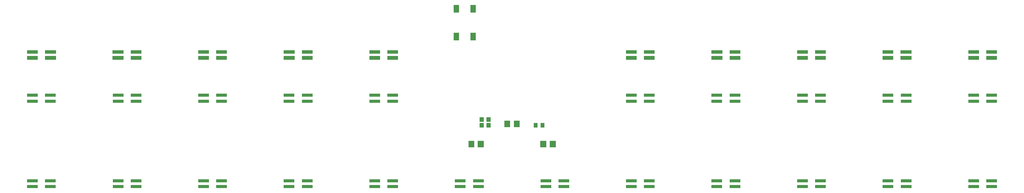
<source format=gtp>
G04 Layer: TopPasteMaskLayer*
G04 EasyEDA v6.4.25, 2022-01-27T13:57:17+08:00*
G04 c860a57ab6e24c20a85ed983e1d1ab15,3b57db4a37c74da5bb1b5bc11455ab19,10*
G04 Gerber Generator version 0.2*
G04 Scale: 100 percent, Rotated: No, Reflected: No *
G04 Dimensions in inches *
G04 leading zeros omitted , absolute positions ,3 integer and 6 decimal *
%FSLAX36Y36*%
%MOIN*%

%ADD14R,0.0472X0.0709*%
%ADD15R,0.0945X0.0315*%

%LPD*%
D14*
G01*
X-486226Y350394D03*
G01*
X-340556Y350394D03*
G01*
X-486226Y594484D03*
G01*
X-340556Y594484D03*
G36*
X-4240156Y230859D02*
G01*
X-4145669Y230859D01*
X-4145669Y199362D01*
X-4240156Y199362D01*
G37*
G36*
X-4082677Y230859D02*
G01*
X-3988189Y230859D01*
X-3988189Y199362D01*
X-4082677Y199362D01*
G37*
G36*
X-4082677Y179859D02*
G01*
X-3988189Y179859D01*
X-3988189Y148362D01*
X-4082677Y148362D01*
G37*
G36*
X-4240156Y179859D02*
G01*
X-4145669Y179859D01*
X-4145669Y148362D01*
X-4240156Y148362D01*
G37*
G36*
X-3492125Y230859D02*
G01*
X-3397638Y230859D01*
X-3397638Y199362D01*
X-3492125Y199362D01*
G37*
G36*
X-3334646Y230859D02*
G01*
X-3240158Y230859D01*
X-3240158Y199362D01*
X-3334646Y199362D01*
G37*
G36*
X-3334646Y179859D02*
G01*
X-3240158Y179859D01*
X-3240158Y148362D01*
X-3334646Y148362D01*
G37*
G36*
X-3492125Y179859D02*
G01*
X-3397638Y179859D01*
X-3397638Y148362D01*
X-3492125Y148362D01*
G37*
G36*
X-2744093Y230859D02*
G01*
X-2649606Y230859D01*
X-2649606Y199362D01*
X-2744093Y199362D01*
G37*
G36*
X-2586613Y230859D02*
G01*
X-2492125Y230859D01*
X-2492125Y199362D01*
X-2586613Y199362D01*
G37*
G36*
X-2586613Y179859D02*
G01*
X-2492125Y179859D01*
X-2492125Y148362D01*
X-2586613Y148362D01*
G37*
G36*
X-2744093Y179859D02*
G01*
X-2649606Y179859D01*
X-2649606Y148362D01*
X-2744093Y148362D01*
G37*
G36*
X-1996063Y230859D02*
G01*
X-1901575Y230859D01*
X-1901575Y199362D01*
X-1996063Y199362D01*
G37*
G36*
X-1838582Y230859D02*
G01*
X-1744094Y230859D01*
X-1744094Y199362D01*
X-1838582Y199362D01*
G37*
G36*
X-1838582Y179859D02*
G01*
X-1744094Y179859D01*
X-1744094Y148362D01*
X-1838582Y148362D01*
G37*
G36*
X-1996063Y179859D02*
G01*
X-1901575Y179859D01*
X-1901575Y148362D01*
X-1996063Y148362D01*
G37*
G36*
X-1248031Y230859D02*
G01*
X-1153542Y230859D01*
X-1153542Y199362D01*
X-1248031Y199362D01*
G37*
G36*
X-1090551Y230859D02*
G01*
X-996063Y230859D01*
X-996063Y199362D01*
X-1090551Y199362D01*
G37*
G36*
X-1090551Y179859D02*
G01*
X-996063Y179859D01*
X-996063Y148362D01*
X-1090551Y148362D01*
G37*
G36*
X-1248031Y179859D02*
G01*
X-1153542Y179859D01*
X-1153542Y148362D01*
X-1248031Y148362D01*
G37*
G36*
X996062Y230859D02*
G01*
X1090550Y230859D01*
X1090550Y199362D01*
X996062Y199362D01*
G37*
G36*
X1153542Y230859D02*
G01*
X1248031Y230859D01*
X1248031Y199362D01*
X1153542Y199362D01*
G37*
G36*
X1153542Y179859D02*
G01*
X1248031Y179859D01*
X1248031Y148362D01*
X1153542Y148362D01*
G37*
G36*
X996062Y179859D02*
G01*
X1090550Y179859D01*
X1090550Y148362D01*
X996062Y148362D01*
G37*
G36*
X1744094Y230859D02*
G01*
X1838582Y230859D01*
X1838582Y199362D01*
X1744094Y199362D01*
G37*
G36*
X1901574Y230859D02*
G01*
X1996062Y230859D01*
X1996062Y199362D01*
X1901574Y199362D01*
G37*
G36*
X1901574Y179859D02*
G01*
X1996062Y179859D01*
X1996062Y148362D01*
X1901574Y148362D01*
G37*
G36*
X1744094Y179859D02*
G01*
X1838582Y179859D01*
X1838582Y148362D01*
X1744094Y148362D01*
G37*
G36*
X2492125Y230859D02*
G01*
X2586613Y230859D01*
X2586613Y199362D01*
X2492125Y199362D01*
G37*
G36*
X2649606Y230859D02*
G01*
X2744094Y230859D01*
X2744094Y199362D01*
X2649606Y199362D01*
G37*
G36*
X2649606Y179859D02*
G01*
X2744094Y179859D01*
X2744094Y148362D01*
X2649606Y148362D01*
G37*
G36*
X2492125Y179859D02*
G01*
X2586613Y179859D01*
X2586613Y148362D01*
X2492125Y148362D01*
G37*
G36*
X3240158Y230859D02*
G01*
X3334645Y230859D01*
X3334645Y199362D01*
X3240158Y199362D01*
G37*
G36*
X3397637Y230859D02*
G01*
X3492125Y230859D01*
X3492125Y199362D01*
X3397637Y199362D01*
G37*
G36*
X3397637Y179859D02*
G01*
X3492125Y179859D01*
X3492125Y148362D01*
X3397637Y148362D01*
G37*
G36*
X3240158Y179859D02*
G01*
X3334645Y179859D01*
X3334645Y148362D01*
X3240158Y148362D01*
G37*
G36*
X3988188Y230859D02*
G01*
X4082676Y230859D01*
X4082676Y199362D01*
X3988188Y199362D01*
G37*
G36*
X4145668Y230859D02*
G01*
X4240156Y230859D01*
X4240156Y199362D01*
X4145668Y199362D01*
G37*
G36*
X4145668Y179859D02*
G01*
X4240156Y179859D01*
X4240156Y148362D01*
X4145668Y148362D01*
G37*
G36*
X3988188Y179859D02*
G01*
X4082676Y179859D01*
X4082676Y148362D01*
X3988188Y148362D01*
G37*
D15*
G01*
X-4035437Y-215106D03*
G01*
X-4192917Y-215106D03*
G01*
X-4192917Y-164115D03*
G01*
X-4035437Y-164115D03*
G01*
X-3287397Y-215106D03*
G01*
X-3444877Y-215106D03*
G01*
X-3444877Y-164115D03*
G01*
X-3287397Y-164115D03*
G01*
X-2539367Y-215106D03*
G01*
X-2696847Y-215106D03*
G01*
X-2696847Y-164115D03*
G01*
X-2539367Y-164115D03*
G01*
X-1791337Y-215106D03*
G01*
X-1948816Y-215106D03*
G01*
X-1948816Y-164115D03*
G01*
X-1791337Y-164115D03*
G01*
X-1043307Y-215106D03*
G01*
X-1200787Y-215106D03*
G01*
X-1200787Y-164115D03*
G01*
X-1043307Y-164115D03*
G01*
X1200783Y-215106D03*
G01*
X1043302Y-215106D03*
G01*
X1043302Y-164115D03*
G01*
X1200783Y-164115D03*
G01*
X1948822Y-215106D03*
G01*
X1791342Y-215106D03*
G01*
X1791342Y-164115D03*
G01*
X1948822Y-164115D03*
G01*
X2696853Y-215106D03*
G01*
X2539372Y-215106D03*
G01*
X2539372Y-164115D03*
G01*
X2696853Y-164115D03*
G01*
X3444883Y-215106D03*
G01*
X3287402Y-215106D03*
G01*
X3287402Y-164115D03*
G01*
X3444883Y-164115D03*
G01*
X4192912Y-215106D03*
G01*
X4035432Y-215106D03*
G01*
X4035432Y-164115D03*
G01*
X4192912Y-164115D03*
G01*
X-4035437Y-963146D03*
G01*
X-4192917Y-963146D03*
G01*
X-4192917Y-912145D03*
G01*
X-4035437Y-912145D03*
G01*
X-3287397Y-963146D03*
G01*
X-3444877Y-963146D03*
G01*
X-3444877Y-912145D03*
G01*
X-3287397Y-912145D03*
G01*
X-2539367Y-963146D03*
G01*
X-2696847Y-963146D03*
G01*
X-2696847Y-912145D03*
G01*
X-2539367Y-912145D03*
G01*
X-1791337Y-963146D03*
G01*
X-1948816Y-963146D03*
G01*
X-1948816Y-912145D03*
G01*
X-1791337Y-912145D03*
G01*
X-1043307Y-963146D03*
G01*
X-1200787Y-963146D03*
G01*
X-1200787Y-912145D03*
G01*
X-1043307Y-912145D03*
G01*
X-295277Y-963146D03*
G01*
X-452757Y-963146D03*
G01*
X-452757Y-912145D03*
G01*
X-295277Y-912145D03*
G01*
X452752Y-963146D03*
G01*
X295272Y-963146D03*
G01*
X295272Y-912145D03*
G01*
X452752Y-912145D03*
G01*
X1200783Y-963146D03*
G01*
X1043302Y-963146D03*
G01*
X1043302Y-912145D03*
G01*
X1200783Y-912145D03*
G01*
X1948822Y-963146D03*
G01*
X1791342Y-963146D03*
G01*
X1791342Y-912145D03*
G01*
X1948822Y-912145D03*
G01*
X2696853Y-963146D03*
G01*
X2539372Y-963146D03*
G01*
X2539372Y-912145D03*
G01*
X2696853Y-912145D03*
G01*
X3444883Y-963146D03*
G01*
X3287402Y-963146D03*
G01*
X3287402Y-912145D03*
G01*
X3444883Y-912145D03*
G01*
X4192912Y-963146D03*
G01*
X4035432Y-963146D03*
G01*
X4035432Y-912145D03*
G01*
X4192912Y-912145D03*
G36*
X-66950Y-385835D02*
G01*
X-15749Y-385835D01*
X-15749Y-440936D01*
X-66950Y-440936D01*
G37*
G36*
X15749Y-385835D02*
G01*
X66949Y-385835D01*
X66949Y-440936D01*
X15749Y-440936D01*
G37*
G36*
X-381910Y-563000D02*
G01*
X-330709Y-563000D01*
X-330709Y-618101D01*
X-381910Y-618101D01*
G37*
G36*
X-299210Y-563000D02*
G01*
X-248010Y-563000D01*
X-248010Y-618101D01*
X-299210Y-618101D01*
G37*
G36*
X248009Y-563000D02*
G01*
X299209Y-563000D01*
X299209Y-618101D01*
X248009Y-618101D01*
G37*
G36*
X330710Y-563000D02*
G01*
X381910Y-563000D01*
X381910Y-618101D01*
X330710Y-618101D01*
G37*
G36*
X-222900Y-355000D02*
G01*
X-186900Y-355000D01*
X-186900Y-395000D01*
X-222900Y-395000D01*
G37*
G36*
X-283100Y-355000D02*
G01*
X-247100Y-355000D01*
X-247100Y-395000D01*
X-283100Y-395000D01*
G37*
G36*
X-222900Y-405000D02*
G01*
X-186900Y-405000D01*
X-186900Y-445000D01*
X-222900Y-445000D01*
G37*
G36*
X-283100Y-405000D02*
G01*
X-247100Y-405000D01*
X-247100Y-445000D01*
X-283100Y-445000D01*
G37*
G36*
X248319Y-405000D02*
G01*
X284319Y-405000D01*
X284319Y-445000D01*
X248319Y-445000D01*
G37*
G36*
X188119Y-405000D02*
G01*
X224119Y-405000D01*
X224119Y-445000D01*
X188119Y-445000D01*
G37*
M02*

</source>
